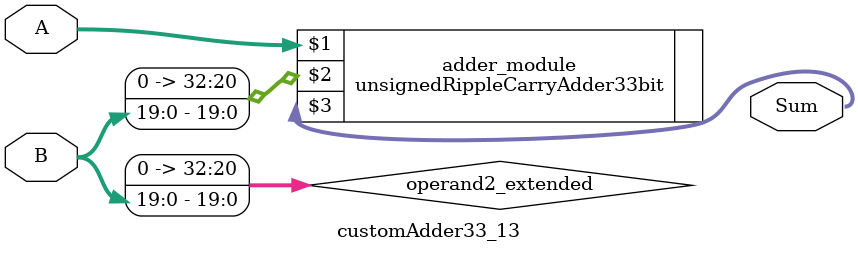
<source format=v>
module customAdder33_13(
                        input [32 : 0] A,
                        input [19 : 0] B,
                        
                        output [33 : 0] Sum
                );

        wire [32 : 0] operand2_extended;
        
        assign operand2_extended =  {13'b0, B};
        
        unsignedRippleCarryAdder33bit adder_module(
            A,
            operand2_extended,
            Sum
        );
        
        endmodule
        
</source>
